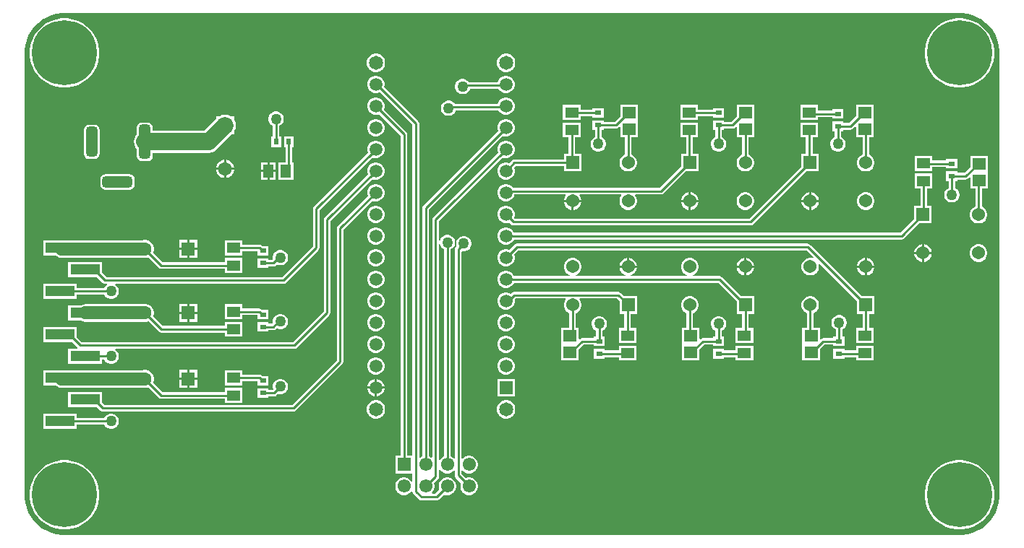
<source format=gtl>
G04*
G04 #@! TF.GenerationSoftware,Altium Limited,Altium Designer,21.1.1 (26)*
G04*
G04 Layer_Physical_Order=1*
G04 Layer_Color=255*
%FSLAX25Y25*%
%MOIN*%
G70*
G04*
G04 #@! TF.SameCoordinates,E57EF3AD-EC9D-4E23-9065-B2E2A4799F1B*
G04*
G04*
G04 #@! TF.FilePolarity,Positive*
G04*
G01*
G75*
%ADD18C,0.01000*%
%ADD19R,0.06102X0.04921*%
%ADD20R,0.03150X0.02362*%
%ADD21R,0.06102X0.05315*%
%ADD22R,0.13504X0.05000*%
%ADD23R,0.04921X0.06102*%
%ADD24R,0.02362X0.03150*%
%ADD38R,0.06063X0.06063*%
%ADD39C,0.06063*%
%ADD46C,0.08000*%
%ADD47C,0.06000*%
%ADD48C,0.06299*%
%ADD49R,0.06299X0.06299*%
%ADD50C,0.06102*%
%ADD51R,0.06102X0.06102*%
G04:AMPARAMS|DCode=52|XSize=137.8mil|YSize=51.18mil|CornerRadius=12.8mil|HoleSize=0mil|Usage=FLASHONLY|Rotation=180.000|XOffset=0mil|YOffset=0mil|HoleType=Round|Shape=RoundedRectangle|*
%AMROUNDEDRECTD52*
21,1,0.13780,0.02559,0,0,180.0*
21,1,0.11221,0.05118,0,0,180.0*
1,1,0.02559,-0.05610,0.01280*
1,1,0.02559,0.05610,0.01280*
1,1,0.02559,0.05610,-0.01280*
1,1,0.02559,-0.05610,-0.01280*
%
%ADD52ROUNDEDRECTD52*%
G04:AMPARAMS|DCode=53|XSize=137.8mil|YSize=51.18mil|CornerRadius=12.8mil|HoleSize=0mil|Usage=FLASHONLY|Rotation=90.000|XOffset=0mil|YOffset=0mil|HoleType=Round|Shape=RoundedRectangle|*
%AMROUNDEDRECTD53*
21,1,0.13780,0.02559,0,0,90.0*
21,1,0.11221,0.05118,0,0,90.0*
1,1,0.02559,0.01280,0.05610*
1,1,0.02559,0.01280,-0.05610*
1,1,0.02559,-0.01280,-0.05610*
1,1,0.02559,-0.01280,0.05610*
%
%ADD53ROUNDEDRECTD53*%
G04:AMPARAMS|DCode=54|XSize=157.48mil|YSize=51.18mil|CornerRadius=12.8mil|HoleSize=0mil|Usage=FLASHONLY|Rotation=90.000|XOffset=0mil|YOffset=0mil|HoleType=Round|Shape=RoundedRectangle|*
%AMROUNDEDRECTD54*
21,1,0.15748,0.02559,0,0,90.0*
21,1,0.13189,0.05118,0,0,90.0*
1,1,0.02559,0.01280,0.06594*
1,1,0.02559,0.01280,-0.06594*
1,1,0.02559,-0.01280,-0.06594*
1,1,0.02559,-0.01280,0.06594*
%
%ADD54ROUNDEDRECTD54*%
%ADD55R,0.06299X0.06299*%
%ADD56R,0.05937X0.05937*%
%ADD57C,0.05937*%
%ADD58C,0.06500*%
%ADD59C,0.30000*%
%ADD60C,0.05000*%
G36*
X536139Y461684D02*
X538478Y461057D01*
X540715Y460131D01*
X542812Y458920D01*
X544733Y457445D01*
X546446Y455733D01*
X547920Y453812D01*
X549130Y451715D01*
X550057Y449478D01*
X550684Y447139D01*
X551000Y444738D01*
X551000Y443527D01*
X551000Y443527D01*
X551000Y443527D01*
X551000Y239473D01*
X551000Y238262D01*
X550684Y235861D01*
X550057Y233522D01*
X549130Y231285D01*
X547920Y229188D01*
X546446Y227267D01*
X544733Y225554D01*
X542812Y224080D01*
X540715Y222869D01*
X538478Y221943D01*
X536139Y221316D01*
X533738Y221000D01*
X532527Y221000D01*
X119973D01*
X118762Y221000D01*
X116361Y221316D01*
X114022Y221943D01*
X111785Y222869D01*
X109688Y224080D01*
X107767Y225554D01*
X106054Y227267D01*
X104580Y229188D01*
X103369Y231285D01*
X102443Y233522D01*
X101816Y235861D01*
X101500Y238262D01*
X101500Y239473D01*
Y443500D01*
X101500Y444713D01*
X101816Y447117D01*
X102444Y449459D01*
X103372Y451700D01*
X104585Y453800D01*
X106061Y455724D01*
X107776Y457439D01*
X109700Y458915D01*
X111800Y460128D01*
X114041Y461056D01*
X116383Y461683D01*
X118787Y462000D01*
X120000Y462000D01*
X120000Y462000D01*
X532527Y462000D01*
X533738Y462000D01*
X536139Y461684D01*
D02*
G37*
%LPC*%
G36*
X324060Y443250D02*
X322940D01*
X321860Y442960D01*
X320890Y442401D01*
X320099Y441610D01*
X319540Y440640D01*
X319250Y439560D01*
Y438441D01*
X319540Y437360D01*
X320099Y436390D01*
X320890Y435599D01*
X321860Y435040D01*
X322940Y434750D01*
X324060D01*
X325140Y435040D01*
X326110Y435599D01*
X326901Y436390D01*
X327460Y437360D01*
X327750Y438441D01*
Y439560D01*
X327460Y440640D01*
X326901Y441610D01*
X326110Y442401D01*
X325140Y442960D01*
X324060Y443250D01*
D02*
G37*
G36*
X264059D02*
X262941D01*
X261860Y442960D01*
X260890Y442401D01*
X260099Y441610D01*
X259540Y440640D01*
X259250Y439560D01*
Y438441D01*
X259540Y437360D01*
X260099Y436390D01*
X260890Y435599D01*
X261860Y435040D01*
X262941Y434750D01*
X264059D01*
X265140Y435040D01*
X266110Y435599D01*
X266901Y436390D01*
X267460Y437360D01*
X267750Y438441D01*
Y439560D01*
X267460Y440640D01*
X266901Y441610D01*
X266110Y442401D01*
X265140Y442960D01*
X264059Y443250D01*
D02*
G37*
G36*
X324023Y432969D02*
X322977D01*
X321968Y432698D01*
X321063Y432176D01*
X320324Y431437D01*
X319802Y430532D01*
X319667Y430029D01*
X306370D01*
X306301Y430149D01*
X305649Y430801D01*
X304851Y431261D01*
X303961Y431500D01*
X303039D01*
X302149Y431261D01*
X301351Y430801D01*
X300699Y430149D01*
X300238Y429351D01*
X300000Y428461D01*
Y427539D01*
X300238Y426649D01*
X300699Y425851D01*
X301351Y425199D01*
X302149Y424739D01*
X303039Y424500D01*
X303961D01*
X304851Y424739D01*
X305649Y425199D01*
X306301Y425851D01*
X306762Y426649D01*
X306848Y426971D01*
X320089D01*
X320324Y426563D01*
X321063Y425824D01*
X321968Y425302D01*
X322977Y425032D01*
X324023D01*
X325032Y425302D01*
X325937Y425824D01*
X326676Y426563D01*
X327198Y427468D01*
X327468Y428477D01*
Y429523D01*
X327198Y430532D01*
X326676Y431437D01*
X325937Y432176D01*
X325032Y432698D01*
X324023Y432969D01*
D02*
G37*
G36*
X533759Y459500D02*
X531241D01*
X528753Y459106D01*
X526358Y458328D01*
X524114Y457184D01*
X522077Y455704D01*
X520296Y453923D01*
X518816Y451886D01*
X517672Y449642D01*
X516894Y447247D01*
X516500Y444759D01*
Y442241D01*
X516894Y439753D01*
X517672Y437358D01*
X518816Y435114D01*
X520296Y433077D01*
X522077Y431296D01*
X524114Y429816D01*
X526358Y428672D01*
X528753Y427894D01*
X531241Y427500D01*
X533759D01*
X536247Y427894D01*
X538642Y428672D01*
X540886Y429816D01*
X542923Y431296D01*
X544704Y433077D01*
X546184Y435114D01*
X547328Y437358D01*
X548106Y439753D01*
X548500Y442241D01*
Y444759D01*
X548106Y447247D01*
X547328Y449642D01*
X546184Y451886D01*
X544704Y453923D01*
X542923Y455704D01*
X540886Y457184D01*
X538642Y458328D01*
X536247Y459106D01*
X533759Y459500D01*
D02*
G37*
G36*
X121259D02*
X118741D01*
X116253Y459106D01*
X113858Y458328D01*
X111614Y457184D01*
X109577Y455704D01*
X107796Y453923D01*
X106316Y451886D01*
X105172Y449642D01*
X104394Y447247D01*
X104000Y444759D01*
Y442241D01*
X104394Y439753D01*
X105172Y437358D01*
X106316Y435114D01*
X107796Y433077D01*
X109577Y431296D01*
X111614Y429816D01*
X113858Y428672D01*
X116253Y427894D01*
X118741Y427500D01*
X121259D01*
X123747Y427894D01*
X126142Y428672D01*
X128386Y429816D01*
X130423Y431296D01*
X132204Y433077D01*
X133684Y435114D01*
X134828Y437358D01*
X135606Y439753D01*
X136000Y442241D01*
Y444759D01*
X135606Y447247D01*
X134828Y449642D01*
X133684Y451886D01*
X132204Y453923D01*
X130423Y455704D01*
X128386Y457184D01*
X126142Y458328D01*
X123747Y459106D01*
X121259Y459500D01*
D02*
G37*
G36*
X324023Y422968D02*
X322977D01*
X321968Y422698D01*
X321063Y422176D01*
X320324Y421437D01*
X319802Y420532D01*
X319667Y420029D01*
X299870D01*
X299801Y420149D01*
X299149Y420801D01*
X298351Y421262D01*
X297461Y421500D01*
X296539D01*
X295649Y421262D01*
X294851Y420801D01*
X294199Y420149D01*
X293739Y419351D01*
X293500Y418461D01*
Y417539D01*
X293739Y416649D01*
X294199Y415851D01*
X294851Y415199D01*
X295649Y414739D01*
X296539Y414500D01*
X297461D01*
X298351Y414739D01*
X299149Y415199D01*
X299801Y415851D01*
X300261Y416649D01*
X300348Y416971D01*
X320089D01*
X320324Y416563D01*
X321063Y415824D01*
X321968Y415302D01*
X322977Y415031D01*
X324023D01*
X325032Y415302D01*
X325937Y415824D01*
X326676Y416563D01*
X327198Y417468D01*
X327468Y418477D01*
Y419522D01*
X327198Y420532D01*
X326676Y421437D01*
X325937Y422176D01*
X325032Y422698D01*
X324023Y422968D01*
D02*
G37*
G36*
X412051Y419496D02*
X403949D01*
Y412575D01*
X412051D01*
Y414325D01*
X418925D01*
Y413673D01*
X424075D01*
Y418035D01*
X418925D01*
Y417384D01*
X412051D01*
Y419496D01*
D02*
G37*
G36*
X357836D02*
X349734D01*
Y412575D01*
X357836D01*
Y414325D01*
X363336D01*
Y413673D01*
X368486D01*
Y418035D01*
X363336D01*
Y417384D01*
X357836D01*
Y419496D01*
D02*
G37*
G36*
X467336D02*
X459234D01*
Y412575D01*
X467336D01*
Y413825D01*
X473925D01*
Y413173D01*
X479075D01*
Y417535D01*
X473925D01*
Y416884D01*
X467336D01*
Y419496D01*
D02*
G37*
G36*
X438051D02*
X429949D01*
Y414344D01*
X427280Y411675D01*
X424075D01*
Y412327D01*
X418925D01*
Y407965D01*
X419971D01*
Y404659D01*
X419351Y404301D01*
X418699Y403649D01*
X418238Y402851D01*
X418000Y401961D01*
Y401039D01*
X418238Y400149D01*
X418699Y399351D01*
X419351Y398699D01*
X420149Y398238D01*
X421039Y398000D01*
X421961D01*
X422851Y398238D01*
X423649Y398699D01*
X424301Y399351D01*
X424761Y400149D01*
X425000Y401039D01*
Y401961D01*
X424761Y402851D01*
X424301Y403649D01*
X423649Y404301D01*
X423029Y404659D01*
Y407965D01*
X424075D01*
Y408616D01*
X427913D01*
X428499Y408733D01*
X428995Y409064D01*
X429487Y409556D01*
X429949Y409365D01*
Y404504D01*
X432266D01*
Y396622D01*
X432239Y396615D01*
X431320Y396084D01*
X430569Y395334D01*
X430038Y394414D01*
X429764Y393389D01*
Y392327D01*
X430038Y391302D01*
X430569Y390383D01*
X431320Y389632D01*
X432239Y389102D01*
X433264Y388827D01*
X434326D01*
X435351Y389102D01*
X436271Y389632D01*
X437021Y390383D01*
X437552Y391302D01*
X437827Y392327D01*
Y393389D01*
X437552Y394414D01*
X437021Y395334D01*
X436271Y396084D01*
X435351Y396615D01*
X435325Y396622D01*
Y404504D01*
X438051D01*
Y411819D01*
X438051Y411819D01*
Y412181D01*
X438051D01*
X438051Y412319D01*
Y419496D01*
D02*
G37*
G36*
X384266D02*
X376164D01*
Y414344D01*
X373495Y411675D01*
X368486D01*
Y412327D01*
X363336D01*
Y407965D01*
X364471D01*
Y404659D01*
X363851Y404301D01*
X363199Y403649D01*
X362738Y402851D01*
X362500Y401961D01*
Y401039D01*
X362738Y400149D01*
X363199Y399351D01*
X363851Y398699D01*
X364649Y398238D01*
X365539Y398000D01*
X366461D01*
X367351Y398238D01*
X368149Y398699D01*
X368801Y399351D01*
X369262Y400149D01*
X369500Y401039D01*
Y401961D01*
X369262Y402851D01*
X368801Y403649D01*
X368149Y404301D01*
X367529Y404659D01*
Y407965D01*
X368486D01*
Y408616D01*
X374128D01*
X374714Y408733D01*
X375210Y409064D01*
X375702Y409556D01*
X376164Y409365D01*
Y404504D01*
X378266D01*
Y396622D01*
X378239Y396615D01*
X377320Y396084D01*
X376569Y395334D01*
X376039Y394414D01*
X375764Y393389D01*
Y392327D01*
X376039Y391302D01*
X376569Y390383D01*
X377320Y389632D01*
X378239Y389102D01*
X379264Y388827D01*
X380326D01*
X381351Y389102D01*
X382271Y389632D01*
X383021Y390383D01*
X383552Y391302D01*
X383827Y392327D01*
Y393389D01*
X383552Y394414D01*
X383021Y395334D01*
X382271Y396084D01*
X381351Y396615D01*
X381325Y396622D01*
Y404504D01*
X384266D01*
Y411819D01*
X384266Y411819D01*
Y412181D01*
X384266D01*
X384266Y412319D01*
Y419496D01*
D02*
G37*
G36*
X492927D02*
X484824D01*
Y414344D01*
X481656Y411175D01*
X479075D01*
Y411827D01*
X473925D01*
Y407465D01*
X474971D01*
Y404659D01*
X474351Y404301D01*
X473699Y403649D01*
X473239Y402851D01*
X473000Y401961D01*
Y401039D01*
X473239Y400149D01*
X473699Y399351D01*
X474351Y398699D01*
X475149Y398238D01*
X476039Y398000D01*
X476961D01*
X477851Y398238D01*
X478649Y398699D01*
X479301Y399351D01*
X479762Y400149D01*
X480000Y401039D01*
Y401961D01*
X479762Y402851D01*
X479301Y403649D01*
X478649Y404301D01*
X478029Y404659D01*
Y407465D01*
X479075D01*
Y408116D01*
X482289D01*
X482874Y408233D01*
X483370Y408564D01*
X484363Y409556D01*
X484824Y409365D01*
Y404504D01*
X487766D01*
Y396622D01*
X487739Y396615D01*
X486820Y396084D01*
X486069Y395334D01*
X485538Y394414D01*
X485264Y393389D01*
Y392327D01*
X485538Y391302D01*
X486069Y390383D01*
X486820Y389632D01*
X487739Y389102D01*
X488764Y388827D01*
X489826D01*
X490851Y389102D01*
X491771Y389632D01*
X492521Y390383D01*
X493052Y391302D01*
X493327Y392327D01*
Y393389D01*
X493052Y394414D01*
X492521Y395334D01*
X491771Y396084D01*
X490851Y396615D01*
X490825Y396622D01*
Y404504D01*
X492927D01*
Y411819D01*
X492927Y411819D01*
Y412181D01*
X492927D01*
X492927Y412319D01*
Y419496D01*
D02*
G37*
G36*
X194000Y415043D02*
X192695Y414871D01*
X191478Y414367D01*
X191194Y414150D01*
X189850D01*
Y412983D01*
X184411Y407543D01*
X160604D01*
Y409094D01*
X160427Y409984D01*
X159923Y410738D01*
X159169Y411242D01*
X158280Y411419D01*
X155720D01*
X154831Y411242D01*
X154077Y410738D01*
X153573Y409984D01*
X153396Y409094D01*
Y406017D01*
X152632Y405022D01*
X152129Y403805D01*
X151957Y402500D01*
X152129Y401195D01*
X152632Y399978D01*
X153396Y398983D01*
Y395905D01*
X153573Y395016D01*
X154077Y394262D01*
X154831Y393758D01*
X155720Y393581D01*
X158280D01*
X159169Y393758D01*
X159923Y394262D01*
X160427Y395016D01*
X160604Y395905D01*
Y397457D01*
X186500D01*
X187805Y397629D01*
X189022Y398132D01*
X190066Y398934D01*
X196983Y405850D01*
X198150D01*
Y407195D01*
X198368Y407478D01*
X198871Y408695D01*
X199043Y410000D01*
X198871Y411305D01*
X198368Y412522D01*
X198150Y412806D01*
Y414150D01*
X196806D01*
X196522Y414367D01*
X195305Y414871D01*
X194000Y415043D01*
D02*
G37*
G36*
X264022Y412968D02*
X262978D01*
X261968Y412698D01*
X261063Y412176D01*
X260324Y411437D01*
X259802Y410532D01*
X259531Y409522D01*
Y408477D01*
X259802Y407468D01*
X260324Y406563D01*
X261063Y405824D01*
X261968Y405302D01*
X262978Y405031D01*
X264022D01*
X265032Y405302D01*
X265937Y405824D01*
X266676Y406563D01*
X267198Y407468D01*
X267469Y408477D01*
Y409522D01*
X267198Y410532D01*
X266676Y411437D01*
X265937Y412176D01*
X265032Y412698D01*
X264022Y412968D01*
D02*
G37*
G36*
X217961Y416500D02*
X217039D01*
X216149Y416261D01*
X215351Y415801D01*
X214699Y415149D01*
X214239Y414351D01*
X214000Y413461D01*
Y412539D01*
X214239Y411649D01*
X214699Y410851D01*
X215351Y410199D01*
X216024Y409811D01*
Y405075D01*
X215425D01*
Y399925D01*
X219787D01*
Y405075D01*
X219082D01*
Y409872D01*
X219649Y410199D01*
X220301Y410851D01*
X220761Y411649D01*
X221000Y412539D01*
Y413461D01*
X220761Y414351D01*
X220301Y415149D01*
X219649Y415801D01*
X218851Y416261D01*
X217961Y416500D01*
D02*
G37*
G36*
X264022Y402969D02*
X262978D01*
X261968Y402698D01*
X261063Y402176D01*
X260324Y401437D01*
X259802Y400532D01*
X259531Y399522D01*
Y398478D01*
X259802Y397468D01*
X259803Y397466D01*
X234919Y372581D01*
X234587Y372085D01*
X234471Y371500D01*
Y354134D01*
X220367Y340029D01*
X139385D01*
X137252Y342163D01*
Y347000D01*
X121748D01*
Y340000D01*
X135089D01*
X137671Y337419D01*
X138167Y337087D01*
X138752Y336971D01*
X139511D01*
X139645Y336471D01*
X139351Y336301D01*
X138699Y335649D01*
X138341Y335029D01*
X125756D01*
Y337000D01*
X110252D01*
Y330000D01*
X125756D01*
Y331971D01*
X138341D01*
X138699Y331351D01*
X139351Y330699D01*
X140149Y330239D01*
X141039Y330000D01*
X141961D01*
X142851Y330239D01*
X143649Y330699D01*
X144301Y331351D01*
X144762Y332149D01*
X145000Y333039D01*
Y333961D01*
X144762Y334851D01*
X144301Y335649D01*
X143649Y336301D01*
X143355Y336471D01*
X143489Y336971D01*
X221000D01*
X221585Y337087D01*
X222081Y337419D01*
X237081Y352419D01*
X237413Y352915D01*
X237529Y353500D01*
Y370866D01*
X261966Y395303D01*
X261968Y395302D01*
X262978Y395031D01*
X264022D01*
X265032Y395302D01*
X265937Y395824D01*
X266676Y396563D01*
X267198Y397468D01*
X267469Y398478D01*
Y399522D01*
X267198Y400532D01*
X266676Y401437D01*
X265937Y402176D01*
X265032Y402698D01*
X264022Y402969D01*
D02*
G37*
G36*
X133870Y410434D02*
X131311D01*
X130422Y410257D01*
X129668Y409754D01*
X129164Y409000D01*
X128987Y408110D01*
Y396890D01*
X129164Y396000D01*
X129668Y395246D01*
X130422Y394742D01*
X131311Y394566D01*
X133870D01*
X134759Y394742D01*
X135513Y395246D01*
X136017Y396000D01*
X136194Y396890D01*
Y408110D01*
X136017Y409000D01*
X135513Y409754D01*
X134759Y410257D01*
X133870Y410434D01*
D02*
G37*
G36*
X357836Y411425D02*
X349734D01*
Y404504D01*
X352256D01*
Y396890D01*
X350173D01*
Y394388D01*
X327358D01*
X326773Y394271D01*
X326277Y393940D01*
X325034Y392697D01*
X325032Y392698D01*
X324023Y392969D01*
X322977D01*
X321968Y392698D01*
X321063Y392176D01*
X320324Y391437D01*
X319802Y390532D01*
X319531Y389523D01*
Y388477D01*
X319802Y387468D01*
X320324Y386563D01*
X321063Y385824D01*
X321968Y385302D01*
X322977Y385032D01*
X324023D01*
X325032Y385302D01*
X325937Y385824D01*
X326676Y386563D01*
X327198Y387468D01*
X327468Y388477D01*
Y389523D01*
X327198Y390532D01*
X327197Y390534D01*
X327992Y391329D01*
X350173D01*
Y388827D01*
X358236D01*
Y396890D01*
X355314D01*
Y404504D01*
X357836D01*
Y411425D01*
D02*
G37*
G36*
X194546Y394150D02*
X194500D01*
Y390500D01*
X198150D01*
Y390546D01*
X197867Y391602D01*
X197320Y392548D01*
X196548Y393320D01*
X195602Y393867D01*
X194546Y394150D01*
D02*
G37*
G36*
X193500D02*
X193454D01*
X192398Y393867D01*
X191452Y393320D01*
X190680Y392548D01*
X190133Y391602D01*
X189850Y390546D01*
Y390500D01*
X193500D01*
Y394150D01*
D02*
G37*
G36*
X520051Y395996D02*
X511949D01*
Y389075D01*
X520051D01*
Y390825D01*
X526425D01*
Y390173D01*
X531575D01*
Y394535D01*
X526425D01*
Y393884D01*
X520051D01*
Y395996D01*
D02*
G37*
G36*
X217425Y393051D02*
X214465D01*
Y389500D01*
X217425D01*
Y393051D01*
D02*
G37*
G36*
X213465D02*
X210504D01*
Y389500D01*
X213465D01*
Y393051D01*
D02*
G37*
G36*
X545551Y395996D02*
X537449D01*
Y390844D01*
X534780Y388175D01*
X531575D01*
Y388827D01*
X526425D01*
Y384465D01*
X527471D01*
Y381158D01*
X526851Y380801D01*
X526199Y380149D01*
X525738Y379351D01*
X525500Y378461D01*
Y377539D01*
X525738Y376649D01*
X526199Y375851D01*
X526851Y375199D01*
X527649Y374739D01*
X528539Y374500D01*
X529461D01*
X530351Y374739D01*
X531149Y375199D01*
X531801Y375851D01*
X532262Y376649D01*
X532500Y377539D01*
Y378461D01*
X532262Y379351D01*
X531801Y380149D01*
X531149Y380801D01*
X530529Y381158D01*
Y384465D01*
X531575D01*
Y385116D01*
X535413D01*
X535999Y385233D01*
X536495Y385564D01*
X536987Y386056D01*
X537449Y385865D01*
Y381004D01*
X539766D01*
Y372622D01*
X539739Y372615D01*
X538820Y372084D01*
X538069Y371334D01*
X537538Y370414D01*
X537264Y369389D01*
Y368327D01*
X537538Y367302D01*
X538069Y366383D01*
X538820Y365632D01*
X539739Y365102D01*
X540765Y364827D01*
X541826D01*
X542851Y365102D01*
X543771Y365632D01*
X544521Y366383D01*
X545052Y367302D01*
X545327Y368327D01*
Y369389D01*
X545052Y370414D01*
X544521Y371334D01*
X543771Y372084D01*
X542851Y372615D01*
X542825Y372622D01*
Y381004D01*
X545551D01*
Y388319D01*
X545551Y388319D01*
Y388681D01*
X545551D01*
X545551Y388819D01*
Y395996D01*
D02*
G37*
G36*
X198150Y389500D02*
X194500D01*
Y385850D01*
X194546D01*
X195602Y386133D01*
X196548Y386680D01*
X197320Y387452D01*
X197867Y388398D01*
X198150Y389454D01*
Y389500D01*
D02*
G37*
G36*
X193500D02*
X189850D01*
Y389454D01*
X190133Y388398D01*
X190680Y387452D01*
X191452Y386680D01*
X192398Y386133D01*
X193454Y385850D01*
X193500D01*
Y389500D01*
D02*
G37*
G36*
X264022Y392969D02*
X262978D01*
X261968Y392698D01*
X261063Y392176D01*
X260324Y391437D01*
X259802Y390532D01*
X259531Y389523D01*
Y388477D01*
X259802Y387468D01*
X259803Y387466D01*
X239919Y367581D01*
X239587Y367085D01*
X239471Y366500D01*
Y324133D01*
X225366Y310029D01*
X127889D01*
X125756Y312163D01*
Y317000D01*
X110252D01*
Y310000D01*
X123593D01*
X126093Y307500D01*
X126020Y307182D01*
X125901Y307000D01*
X121748D01*
Y300000D01*
X137252D01*
Y301971D01*
X138341D01*
X138699Y301351D01*
X139351Y300699D01*
X140149Y300238D01*
X141039Y300000D01*
X141961D01*
X142851Y300238D01*
X143649Y300699D01*
X144301Y301351D01*
X144762Y302149D01*
X145000Y303039D01*
Y303961D01*
X144762Y304851D01*
X144301Y305649D01*
X143649Y306301D01*
X143355Y306471D01*
X143489Y306971D01*
X226000D01*
X226585Y307087D01*
X227081Y307419D01*
X242081Y322419D01*
X242413Y322915D01*
X242529Y323500D01*
Y365866D01*
X261966Y385303D01*
X261968Y385302D01*
X262978Y385032D01*
X264022D01*
X265032Y385302D01*
X265937Y385824D01*
X266676Y386563D01*
X267198Y387468D01*
X267469Y388477D01*
Y389523D01*
X267198Y390532D01*
X266676Y391437D01*
X265937Y392176D01*
X265032Y392698D01*
X264022Y392969D01*
D02*
G37*
G36*
X225496Y405075D02*
X221134D01*
Y399925D01*
X221786D01*
Y393051D01*
X218575D01*
Y384949D01*
X225496D01*
Y393051D01*
X224844D01*
Y399925D01*
X225496D01*
Y405075D01*
D02*
G37*
G36*
X217425Y388500D02*
X214465D01*
Y384949D01*
X217425D01*
Y388500D01*
D02*
G37*
G36*
X213465D02*
X210504D01*
Y384949D01*
X213465D01*
Y388500D01*
D02*
G37*
G36*
X412051Y411425D02*
X403949D01*
Y404504D01*
X406471D01*
Y396890D01*
X404173D01*
Y390990D01*
X394386Y381203D01*
X326811D01*
X326676Y381437D01*
X325937Y382176D01*
X325032Y382698D01*
X324023Y382968D01*
X322977D01*
X321968Y382698D01*
X321063Y382176D01*
X320324Y381437D01*
X319802Y380532D01*
X319531Y379522D01*
Y378478D01*
X319802Y377468D01*
X320324Y376563D01*
X321063Y375824D01*
X321968Y375302D01*
X322977Y375031D01*
X324023D01*
X325032Y375302D01*
X325937Y375824D01*
X326676Y376563D01*
X327198Y377468D01*
X327379Y378144D01*
X350852D01*
X351044Y377682D01*
X350979Y377617D01*
X350448Y376698D01*
X350173Y375673D01*
Y375642D01*
X358236D01*
Y375673D01*
X357962Y376698D01*
X357431Y377617D01*
X357366Y377682D01*
X357557Y378144D01*
X376443D01*
X376634Y377682D01*
X376569Y377617D01*
X376039Y376698D01*
X375764Y375673D01*
Y374611D01*
X376039Y373586D01*
X376569Y372666D01*
X377320Y371916D01*
X378239Y371385D01*
X379264Y371110D01*
X380326D01*
X381351Y371385D01*
X382271Y371916D01*
X383021Y372666D01*
X383552Y373586D01*
X383827Y374611D01*
Y375673D01*
X383552Y376698D01*
X383021Y377617D01*
X382957Y377682D01*
X383148Y378144D01*
X395020D01*
X395605Y378260D01*
X396101Y378592D01*
X406336Y388827D01*
X412236D01*
Y396890D01*
X409529D01*
Y404504D01*
X412051D01*
Y411425D01*
D02*
G37*
G36*
X150012Y387600D02*
X138791D01*
X137902Y387423D01*
X137148Y386919D01*
X136644Y386165D01*
X136467Y385276D01*
Y382716D01*
X136644Y381827D01*
X137148Y381073D01*
X137902Y380569D01*
X138791Y380392D01*
X150012D01*
X150901Y380569D01*
X151655Y381073D01*
X152159Y381827D01*
X152336Y382716D01*
Y385276D01*
X152159Y386165D01*
X151655Y386919D01*
X150901Y387423D01*
X150012Y387600D01*
D02*
G37*
G36*
X464235Y379173D02*
X464205D01*
Y375642D01*
X467736D01*
Y375673D01*
X467461Y376698D01*
X466931Y377617D01*
X466180Y378368D01*
X465261Y378899D01*
X464235Y379173D01*
D02*
G37*
G36*
X463205D02*
X463174D01*
X462149Y378899D01*
X461229Y378368D01*
X460479Y377617D01*
X459948Y376698D01*
X459673Y375673D01*
Y375642D01*
X463205D01*
Y379173D01*
D02*
G37*
G36*
X408736D02*
X408705D01*
Y375642D01*
X412236D01*
Y375673D01*
X411962Y376698D01*
X411431Y377617D01*
X410680Y378368D01*
X409761Y378899D01*
X408736Y379173D01*
D02*
G37*
G36*
X407705D02*
X407674D01*
X406649Y378899D01*
X405729Y378368D01*
X404979Y377617D01*
X404448Y376698D01*
X404173Y375673D01*
Y375642D01*
X407705D01*
Y379173D01*
D02*
G37*
G36*
X264022Y382968D02*
X262978D01*
X261968Y382698D01*
X261063Y382176D01*
X260324Y381437D01*
X259802Y380532D01*
X259531Y379522D01*
Y378478D01*
X259802Y377468D01*
X259803Y377466D01*
X245919Y363581D01*
X245587Y363085D01*
X245471Y362500D01*
Y301634D01*
X224867Y281029D01*
X138385D01*
X137252Y282163D01*
Y287000D01*
X121748D01*
Y280000D01*
X135089D01*
X136670Y278419D01*
X137167Y278087D01*
X137752Y277971D01*
X225500D01*
X226085Y278087D01*
X226581Y278419D01*
X248081Y299919D01*
X248413Y300415D01*
X248529Y301000D01*
Y361866D01*
X261966Y375303D01*
X261968Y375302D01*
X262978Y375031D01*
X264022D01*
X265032Y375302D01*
X265937Y375824D01*
X266676Y376563D01*
X267198Y377468D01*
X267469Y378478D01*
Y379522D01*
X267198Y380532D01*
X266676Y381437D01*
X265937Y382176D01*
X265032Y382698D01*
X264022Y382968D01*
D02*
G37*
G36*
X489826Y379173D02*
X488764D01*
X487739Y378899D01*
X486820Y378368D01*
X486069Y377617D01*
X485538Y376698D01*
X485264Y375673D01*
Y374611D01*
X485538Y373586D01*
X486069Y372666D01*
X486820Y371916D01*
X487739Y371385D01*
X488764Y371110D01*
X489826D01*
X490851Y371385D01*
X491771Y371916D01*
X492521Y372666D01*
X493052Y373586D01*
X493327Y374611D01*
Y375673D01*
X493052Y376698D01*
X492521Y377617D01*
X491771Y378368D01*
X490851Y378899D01*
X489826Y379173D01*
D02*
G37*
G36*
X467736Y374642D02*
X464205D01*
Y371110D01*
X464235D01*
X465261Y371385D01*
X466180Y371916D01*
X466931Y372666D01*
X467461Y373586D01*
X467736Y374611D01*
Y374642D01*
D02*
G37*
G36*
X463205D02*
X459673D01*
Y374611D01*
X459948Y373586D01*
X460479Y372666D01*
X461229Y371916D01*
X462149Y371385D01*
X463174Y371110D01*
X463205D01*
Y374642D01*
D02*
G37*
G36*
X434326Y379173D02*
X433264D01*
X432239Y378899D01*
X431320Y378368D01*
X430569Y377617D01*
X430038Y376698D01*
X429764Y375673D01*
Y374611D01*
X430038Y373586D01*
X430569Y372666D01*
X431320Y371916D01*
X432239Y371385D01*
X433264Y371110D01*
X434326D01*
X435351Y371385D01*
X436271Y371916D01*
X437021Y372666D01*
X437552Y373586D01*
X437827Y374611D01*
Y375673D01*
X437552Y376698D01*
X437021Y377617D01*
X436271Y378368D01*
X435351Y378899D01*
X434326Y379173D01*
D02*
G37*
G36*
X412236Y374642D02*
X408705D01*
Y371110D01*
X408736D01*
X409761Y371385D01*
X410680Y371916D01*
X411431Y372666D01*
X411962Y373586D01*
X412236Y374611D01*
Y374642D01*
D02*
G37*
G36*
X407705D02*
X404173D01*
Y374611D01*
X404448Y373586D01*
X404979Y372666D01*
X405729Y371916D01*
X406649Y371385D01*
X407674Y371110D01*
X407705D01*
Y374642D01*
D02*
G37*
G36*
X358236D02*
X354705D01*
Y371110D01*
X354735D01*
X355761Y371385D01*
X356680Y371916D01*
X357431Y372666D01*
X357962Y373586D01*
X358236Y374611D01*
Y374642D01*
D02*
G37*
G36*
X353705D02*
X350173D01*
Y374611D01*
X350448Y373586D01*
X350979Y372666D01*
X351729Y371916D01*
X352649Y371385D01*
X353674Y371110D01*
X353705D01*
Y374642D01*
D02*
G37*
G36*
X467336Y411425D02*
X459234D01*
Y404504D01*
X461756D01*
Y396890D01*
X459673D01*
Y390990D01*
X435713Y367029D01*
X327634D01*
X327197Y367466D01*
X327198Y367468D01*
X327468Y368478D01*
Y369523D01*
X327198Y370532D01*
X326676Y371437D01*
X325937Y372176D01*
X325032Y372698D01*
X324023Y372969D01*
X322977D01*
X321968Y372698D01*
X321063Y372176D01*
X320324Y371437D01*
X319802Y370532D01*
X319531Y369523D01*
Y368478D01*
X319802Y367468D01*
X320324Y366563D01*
X321063Y365824D01*
X321968Y365302D01*
X322977Y365032D01*
X324023D01*
X325032Y365302D01*
X325034Y365303D01*
X325919Y364419D01*
X326415Y364087D01*
X327000Y363971D01*
X436346D01*
X436932Y364087D01*
X437428Y364419D01*
X461836Y388827D01*
X467736D01*
Y396890D01*
X464814D01*
Y404504D01*
X467336D01*
Y411425D01*
D02*
G37*
G36*
X264022Y372969D02*
X262978D01*
X261968Y372698D01*
X261063Y372176D01*
X260324Y371437D01*
X259802Y370532D01*
X259531Y369523D01*
Y368478D01*
X259802Y367468D01*
X260324Y366563D01*
X261063Y365824D01*
X261968Y365302D01*
X262978Y365032D01*
X264022D01*
X265032Y365302D01*
X265937Y365824D01*
X266676Y366563D01*
X267198Y367468D01*
X267469Y368478D01*
Y369523D01*
X267198Y370532D01*
X266676Y371437D01*
X265937Y372176D01*
X265032Y372698D01*
X264022Y372969D01*
D02*
G37*
G36*
X520051Y387925D02*
X511949D01*
Y381004D01*
X514471D01*
Y372890D01*
X511673D01*
Y366990D01*
X505213Y360529D01*
X327199D01*
X327198Y360532D01*
X326676Y361437D01*
X325937Y362176D01*
X325032Y362698D01*
X324023Y362968D01*
X322977D01*
X321968Y362698D01*
X321063Y362176D01*
X320324Y361437D01*
X319802Y360532D01*
X319531Y359523D01*
Y358477D01*
X319802Y357468D01*
X320324Y356563D01*
X321063Y355824D01*
X321968Y355302D01*
X322977Y355031D01*
X324023D01*
X325032Y355302D01*
X325937Y355824D01*
X326676Y356563D01*
X327198Y357468D01*
X327199Y357471D01*
X505847D01*
X506432Y357587D01*
X506928Y357919D01*
X513836Y364827D01*
X519736D01*
Y372890D01*
X517529D01*
Y381004D01*
X520051D01*
Y387925D01*
D02*
G37*
G36*
X264022Y362968D02*
X262978D01*
X261968Y362698D01*
X261063Y362176D01*
X260324Y361437D01*
X259802Y360532D01*
X259531Y359523D01*
Y358477D01*
X259802Y357468D01*
X260324Y356563D01*
X261063Y355824D01*
X261968Y355302D01*
X262978Y355031D01*
X264022D01*
X265032Y355302D01*
X265937Y355824D01*
X266676Y356563D01*
X267198Y357468D01*
X267469Y358477D01*
Y359523D01*
X267198Y360532D01*
X266676Y361437D01*
X265937Y362176D01*
X265032Y362698D01*
X264022Y362968D01*
D02*
G37*
G36*
X181150Y357150D02*
X177500D01*
Y353500D01*
X181150D01*
Y357150D01*
D02*
G37*
G36*
X176500D02*
X172850D01*
Y353500D01*
X176500D01*
Y357150D01*
D02*
G37*
G36*
X462437Y355529D02*
X328500D01*
X327915Y355413D01*
X327419Y355081D01*
X325034Y352697D01*
X325032Y352698D01*
X324023Y352969D01*
X322977D01*
X321968Y352698D01*
X321063Y352176D01*
X320324Y351437D01*
X319802Y350532D01*
X319531Y349522D01*
Y348478D01*
X319802Y347468D01*
X320324Y346563D01*
X321063Y345824D01*
X321968Y345302D01*
X322977Y345031D01*
X324023D01*
X325032Y345302D01*
X325937Y345824D01*
X326676Y346563D01*
X327198Y347468D01*
X327468Y348478D01*
Y349522D01*
X327198Y350532D01*
X327197Y350534D01*
X329134Y352471D01*
X461803D01*
X465098Y349176D01*
X464839Y348728D01*
X464235Y348890D01*
X463174D01*
X462149Y348615D01*
X461229Y348084D01*
X460479Y347334D01*
X459948Y346414D01*
X459673Y345389D01*
Y344327D01*
X459948Y343302D01*
X460479Y342383D01*
X461229Y341632D01*
X462149Y341102D01*
X463174Y340827D01*
X464235D01*
X465261Y341102D01*
X466180Y341632D01*
X466931Y342383D01*
X467461Y343302D01*
X467736Y344327D01*
Y345389D01*
X467575Y345992D01*
X468023Y346251D01*
X485264Y329010D01*
Y323110D01*
X487766D01*
Y316496D01*
X484824D01*
Y309575D01*
X492927D01*
Y316496D01*
X490825D01*
Y323110D01*
X493327D01*
Y331173D01*
X487427D01*
X463518Y355081D01*
X463022Y355413D01*
X462437Y355529D01*
D02*
G37*
G36*
X516235Y355173D02*
X516205D01*
Y351642D01*
X519736D01*
Y351673D01*
X519461Y352698D01*
X518931Y353617D01*
X518180Y354368D01*
X517261Y354899D01*
X516235Y355173D01*
D02*
G37*
G36*
X515205D02*
X515174D01*
X514149Y354899D01*
X513229Y354368D01*
X512479Y353617D01*
X511948Y352698D01*
X511673Y351673D01*
Y351642D01*
X515205D01*
Y355173D01*
D02*
G37*
G36*
X202051Y356998D02*
X193949D01*
Y350077D01*
X202051D01*
Y352008D01*
X208925D01*
Y350071D01*
X214075D01*
Y354433D01*
X211088D01*
X210902Y354619D01*
X210406Y354951D01*
X209820Y355067D01*
X202051D01*
Y356998D01*
D02*
G37*
G36*
X181150Y352500D02*
X177500D01*
Y348850D01*
X181150D01*
Y352500D01*
D02*
G37*
G36*
X176500D02*
X172850D01*
Y348850D01*
X176500D01*
Y352500D01*
D02*
G37*
G36*
X219961D02*
X219039D01*
X218149Y352261D01*
X217351Y351801D01*
X216699Y351149D01*
X216238Y350351D01*
X216000Y349461D01*
Y348539D01*
X216028Y348434D01*
X215666Y348073D01*
X214075D01*
Y348724D01*
X208925D01*
Y344362D01*
X214075D01*
Y345014D01*
X216300D01*
X216885Y345130D01*
X217381Y345462D01*
X217838Y345918D01*
X218149Y345739D01*
X219039Y345500D01*
X219961D01*
X220851Y345739D01*
X221649Y346199D01*
X222301Y346851D01*
X222762Y347649D01*
X223000Y348539D01*
Y349461D01*
X222762Y350351D01*
X222301Y351149D01*
X221649Y351801D01*
X220851Y352261D01*
X219961Y352500D01*
D02*
G37*
G36*
X541826Y355173D02*
X540765D01*
X539739Y354899D01*
X538820Y354368D01*
X538069Y353617D01*
X537538Y352698D01*
X537264Y351673D01*
Y350611D01*
X537538Y349586D01*
X538069Y348666D01*
X538820Y347916D01*
X539739Y347385D01*
X540765Y347110D01*
X541826D01*
X542851Y347385D01*
X543771Y347916D01*
X544521Y348666D01*
X545052Y349586D01*
X545327Y350611D01*
Y351673D01*
X545052Y352698D01*
X544521Y353617D01*
X543771Y354368D01*
X542851Y354899D01*
X541826Y355173D01*
D02*
G37*
G36*
X519736Y350642D02*
X516205D01*
Y347110D01*
X516235D01*
X517261Y347385D01*
X518180Y347916D01*
X518931Y348666D01*
X519461Y349586D01*
X519736Y350611D01*
Y350642D01*
D02*
G37*
G36*
X515205D02*
X511673D01*
Y350611D01*
X511948Y349586D01*
X512479Y348666D01*
X513229Y347916D01*
X514149Y347385D01*
X515174Y347110D01*
X515205D01*
Y350642D01*
D02*
G37*
G36*
X489826Y348890D02*
X489795D01*
Y345358D01*
X493327D01*
Y345389D01*
X493052Y346414D01*
X492521Y347334D01*
X491771Y348084D01*
X490851Y348615D01*
X489826Y348890D01*
D02*
G37*
G36*
X434326D02*
X434295D01*
Y345358D01*
X437827D01*
Y345389D01*
X437552Y346414D01*
X437021Y347334D01*
X436271Y348084D01*
X435351Y348615D01*
X434326Y348890D01*
D02*
G37*
G36*
X380326D02*
X380295D01*
Y345358D01*
X383827D01*
Y345389D01*
X383552Y346414D01*
X383021Y347334D01*
X382271Y348084D01*
X381351Y348615D01*
X380326Y348890D01*
D02*
G37*
G36*
X488795D02*
X488764D01*
X487739Y348615D01*
X486820Y348084D01*
X486069Y347334D01*
X485538Y346414D01*
X485264Y345389D01*
Y345358D01*
X488795D01*
Y348890D01*
D02*
G37*
G36*
X433295D02*
X433264D01*
X432239Y348615D01*
X431320Y348084D01*
X430569Y347334D01*
X430038Y346414D01*
X429764Y345389D01*
Y345358D01*
X433295D01*
Y348890D01*
D02*
G37*
G36*
X379295D02*
X379264D01*
X378239Y348615D01*
X377320Y348084D01*
X376569Y347334D01*
X376039Y346414D01*
X375764Y345389D01*
Y345358D01*
X379295D01*
Y348890D01*
D02*
G37*
G36*
X264022Y352969D02*
X262978D01*
X261968Y352698D01*
X261063Y352176D01*
X260324Y351437D01*
X259802Y350532D01*
X259531Y349522D01*
Y348478D01*
X259802Y347468D01*
X260324Y346563D01*
X261063Y345824D01*
X261968Y345302D01*
X262978Y345031D01*
X264022D01*
X265032Y345302D01*
X265937Y345824D01*
X266676Y346563D01*
X267198Y347468D01*
X267469Y348478D01*
Y349522D01*
X267198Y350532D01*
X266676Y351437D01*
X265937Y352176D01*
X265032Y352698D01*
X264022Y352969D01*
D02*
G37*
G36*
X157546Y357150D02*
X156454D01*
X156024Y357034D01*
X118504D01*
X118242Y357000D01*
X110252D01*
Y350000D01*
X115843D01*
X116487Y349506D01*
X117460Y349103D01*
X118504Y348966D01*
X156024D01*
X156454Y348850D01*
X157546D01*
X158602Y349133D01*
X158667Y349171D01*
X163452Y344386D01*
X163948Y344054D01*
X164533Y343937D01*
X193949D01*
Y342006D01*
X202051D01*
Y348928D01*
X193949D01*
Y346996D01*
X165167D01*
X160829Y351333D01*
X160867Y351398D01*
X161150Y352454D01*
Y353546D01*
X160867Y354602D01*
X160320Y355548D01*
X159548Y356321D01*
X158602Y356867D01*
X157546Y357150D01*
D02*
G37*
G36*
X493327Y344358D02*
X489795D01*
Y340827D01*
X489826D01*
X490851Y341102D01*
X491771Y341632D01*
X492521Y342383D01*
X493052Y343302D01*
X493327Y344327D01*
Y344358D01*
D02*
G37*
G36*
X488795D02*
X485264D01*
Y344327D01*
X485538Y343302D01*
X486069Y342383D01*
X486820Y341632D01*
X487739Y341102D01*
X488764Y340827D01*
X488795D01*
Y344358D01*
D02*
G37*
G36*
X437827D02*
X434295D01*
Y340827D01*
X434326D01*
X435351Y341102D01*
X436271Y341632D01*
X437021Y342383D01*
X437552Y343302D01*
X437827Y344327D01*
Y344358D01*
D02*
G37*
G36*
X433295D02*
X429764D01*
Y344327D01*
X430038Y343302D01*
X430569Y342383D01*
X431320Y341632D01*
X432239Y341102D01*
X433264Y340827D01*
X433295D01*
Y344358D01*
D02*
G37*
G36*
X408736Y348890D02*
X407674D01*
X406649Y348615D01*
X405729Y348084D01*
X404979Y347334D01*
X404448Y346414D01*
X404173Y345389D01*
Y344327D01*
X404448Y343302D01*
X404979Y342383D01*
X405729Y341632D01*
X406649Y341102D01*
X406918Y341029D01*
X406852Y340529D01*
X381148D01*
X381082Y341029D01*
X381351Y341102D01*
X382271Y341632D01*
X383021Y342383D01*
X383552Y343302D01*
X383827Y344327D01*
Y344358D01*
X379795D01*
X375764D01*
Y344327D01*
X376039Y343302D01*
X376569Y342383D01*
X377320Y341632D01*
X378239Y341102D01*
X378508Y341029D01*
X378443Y340529D01*
X355557D01*
X355492Y341029D01*
X355761Y341102D01*
X356680Y341632D01*
X357431Y342383D01*
X357962Y343302D01*
X358236Y344327D01*
Y345389D01*
X357962Y346414D01*
X357431Y347334D01*
X356680Y348084D01*
X355761Y348615D01*
X354735Y348890D01*
X353674D01*
X352649Y348615D01*
X351729Y348084D01*
X350979Y347334D01*
X350448Y346414D01*
X350173Y345389D01*
Y344327D01*
X350448Y343302D01*
X350979Y342383D01*
X351729Y341632D01*
X352649Y341102D01*
X352918Y341029D01*
X352852Y340529D01*
X327199D01*
X327198Y340532D01*
X326676Y341437D01*
X325937Y342176D01*
X325032Y342698D01*
X324023Y342969D01*
X322977D01*
X321968Y342698D01*
X321063Y342176D01*
X320324Y341437D01*
X319802Y340532D01*
X319531Y339523D01*
Y338477D01*
X319802Y337468D01*
X320324Y336563D01*
X321063Y335824D01*
X321968Y335302D01*
X322977Y335032D01*
X324023D01*
X325032Y335302D01*
X325937Y335824D01*
X326676Y336563D01*
X327198Y337468D01*
X327199Y337471D01*
X421304D01*
X429764Y329010D01*
Y323110D01*
X432266D01*
Y316496D01*
X429324D01*
Y309575D01*
X437427D01*
Y316496D01*
X435325D01*
Y323110D01*
X437827D01*
Y331173D01*
X431927D01*
X423018Y340081D01*
X422522Y340413D01*
X421937Y340529D01*
X409557D01*
X409492Y341029D01*
X409761Y341102D01*
X410680Y341632D01*
X411431Y342383D01*
X411962Y343302D01*
X412236Y344327D01*
Y345389D01*
X411962Y346414D01*
X411431Y347334D01*
X410680Y348084D01*
X409761Y348615D01*
X408736Y348890D01*
D02*
G37*
G36*
X264022Y342969D02*
X262978D01*
X261968Y342698D01*
X261063Y342176D01*
X260324Y341437D01*
X259802Y340532D01*
X259531Y339523D01*
Y338477D01*
X259802Y337468D01*
X260324Y336563D01*
X261063Y335824D01*
X261968Y335302D01*
X262978Y335032D01*
X264022D01*
X265032Y335302D01*
X265937Y335824D01*
X266676Y336563D01*
X267198Y337468D01*
X267469Y338477D01*
Y339523D01*
X267198Y340532D01*
X266676Y341437D01*
X265937Y342176D01*
X265032Y342698D01*
X264022Y342969D01*
D02*
G37*
G36*
X375264Y333203D02*
X327146D01*
X326561Y333086D01*
X326065Y332755D01*
X325651Y332341D01*
X325032Y332698D01*
X324023Y332968D01*
X322977D01*
X321968Y332698D01*
X321063Y332176D01*
X320324Y331437D01*
X319802Y330532D01*
X319531Y329522D01*
Y328478D01*
X319802Y327468D01*
X320324Y326563D01*
X321063Y325824D01*
X321968Y325302D01*
X322977Y325031D01*
X324023D01*
X325032Y325302D01*
X325937Y325824D01*
X326676Y326563D01*
X327198Y327468D01*
X327468Y328478D01*
Y329522D01*
X327403Y329767D01*
X327780Y330144D01*
X350852D01*
X351044Y329682D01*
X350979Y329617D01*
X350448Y328698D01*
X350173Y327673D01*
Y326611D01*
X350448Y325586D01*
X350979Y324666D01*
X351729Y323916D01*
X352649Y323385D01*
X352675Y323378D01*
Y316496D01*
X348949D01*
Y309181D01*
X348949Y309181D01*
Y308819D01*
X348949D01*
X348949Y308681D01*
Y301504D01*
X357051D01*
Y306656D01*
X359220Y308825D01*
X363925D01*
Y308173D01*
X369075D01*
Y312535D01*
X368029D01*
Y315341D01*
X368649Y315699D01*
X369301Y316351D01*
X369761Y317149D01*
X370000Y318039D01*
Y318961D01*
X369761Y319851D01*
X369301Y320649D01*
X368649Y321301D01*
X367851Y321761D01*
X366961Y322000D01*
X366039D01*
X365149Y321761D01*
X364351Y321301D01*
X363699Y320649D01*
X363239Y319851D01*
X363000Y318961D01*
Y318039D01*
X363239Y317149D01*
X363699Y316351D01*
X364351Y315699D01*
X364971Y315341D01*
Y312535D01*
X363925D01*
Y311884D01*
X358587D01*
X358001Y311767D01*
X357551Y311467D01*
X357261Y311537D01*
X357051Y311624D01*
Y316496D01*
X355734D01*
Y323378D01*
X355761Y323385D01*
X356680Y323916D01*
X357431Y324666D01*
X357962Y325586D01*
X358236Y326611D01*
Y327673D01*
X357962Y328698D01*
X357431Y329617D01*
X357366Y329682D01*
X357557Y330144D01*
X374630D01*
X375764Y329010D01*
Y323110D01*
X377971D01*
Y316496D01*
X375449D01*
Y309575D01*
X383551D01*
Y316496D01*
X381029D01*
Y323110D01*
X383827D01*
Y331173D01*
X377927D01*
X376345Y332755D01*
X375849Y333086D01*
X375264Y333203D01*
D02*
G37*
G36*
X264022Y332968D02*
X262978D01*
X261968Y332698D01*
X261063Y332176D01*
X260324Y331437D01*
X259802Y330532D01*
X259531Y329522D01*
Y328478D01*
X259802Y327468D01*
X260324Y326563D01*
X261063Y325824D01*
X261968Y325302D01*
X262978Y325031D01*
X264022D01*
X265032Y325302D01*
X265937Y325824D01*
X266676Y326563D01*
X267198Y327468D01*
X267469Y328478D01*
Y329522D01*
X267198Y330532D01*
X266676Y331437D01*
X265937Y332176D01*
X265032Y332698D01*
X264022Y332968D01*
D02*
G37*
G36*
X181150Y327650D02*
X177500D01*
Y324000D01*
X181150D01*
Y327650D01*
D02*
G37*
G36*
X176500D02*
X172850D01*
Y324000D01*
X176500D01*
Y327650D01*
D02*
G37*
G36*
X202051Y327498D02*
X193949D01*
Y320577D01*
X202051D01*
Y322508D01*
X208925D01*
Y320571D01*
X214075D01*
Y324933D01*
X211088D01*
X210902Y325119D01*
X210406Y325451D01*
X209820Y325567D01*
X202051D01*
Y327498D01*
D02*
G37*
G36*
X181150Y323000D02*
X177500D01*
Y319350D01*
X181150D01*
Y323000D01*
D02*
G37*
G36*
X176500D02*
X172850D01*
Y319350D01*
X176500D01*
Y323000D01*
D02*
G37*
G36*
X219961D02*
X219039D01*
X218149Y322762D01*
X217351Y322301D01*
X216699Y321649D01*
X216238Y320851D01*
X216000Y319961D01*
Y319039D01*
X216028Y318934D01*
X215666Y318573D01*
X214075D01*
Y319224D01*
X208925D01*
Y314862D01*
X214075D01*
Y315514D01*
X216300D01*
X216885Y315630D01*
X217381Y315962D01*
X217838Y316418D01*
X218149Y316238D01*
X219039Y316000D01*
X219961D01*
X220851Y316238D01*
X221649Y316699D01*
X222301Y317351D01*
X222762Y318149D01*
X223000Y319039D01*
Y319961D01*
X222762Y320851D01*
X222301Y321649D01*
X221649Y322301D01*
X220851Y322762D01*
X219961Y323000D01*
D02*
G37*
G36*
X324023Y322969D02*
X322977D01*
X321968Y322698D01*
X321063Y322176D01*
X320324Y321437D01*
X319802Y320532D01*
X319531Y319523D01*
Y318478D01*
X319802Y317468D01*
X320324Y316563D01*
X321063Y315824D01*
X321968Y315302D01*
X322977Y315032D01*
X324023D01*
X325032Y315302D01*
X325937Y315824D01*
X326676Y316563D01*
X327198Y317468D01*
X327468Y318478D01*
Y319523D01*
X327198Y320532D01*
X326676Y321437D01*
X325937Y322176D01*
X325032Y322698D01*
X324023Y322969D01*
D02*
G37*
G36*
X264022D02*
X262978D01*
X261968Y322698D01*
X261063Y322176D01*
X260324Y321437D01*
X259802Y320532D01*
X259531Y319523D01*
Y318478D01*
X259802Y317468D01*
X260324Y316563D01*
X261063Y315824D01*
X261968Y315302D01*
X262978Y315032D01*
X264022D01*
X265032Y315302D01*
X265937Y315824D01*
X266676Y316563D01*
X267198Y317468D01*
X267469Y318478D01*
Y319523D01*
X267198Y320532D01*
X266676Y321437D01*
X265937Y322176D01*
X265032Y322698D01*
X264022Y322969D01*
D02*
G37*
G36*
X157546Y327650D02*
X156454D01*
X156024Y327535D01*
X129500D01*
X128456Y327397D01*
X127497Y327000D01*
X121748D01*
Y320000D01*
X127497D01*
X128456Y319603D01*
X129500Y319465D01*
X156024D01*
X156454Y319350D01*
X157546D01*
X158602Y319633D01*
X158667Y319671D01*
X163452Y314885D01*
X163948Y314554D01*
X164533Y314438D01*
X193949D01*
Y312506D01*
X202051D01*
Y319428D01*
X193949D01*
Y317496D01*
X165167D01*
X160829Y321833D01*
X160867Y321898D01*
X161150Y322954D01*
Y324046D01*
X160867Y325102D01*
X160320Y326048D01*
X159548Y326820D01*
X158602Y327367D01*
X157546Y327650D01*
D02*
G37*
G36*
X464235Y331173D02*
X463174D01*
X462149Y330898D01*
X461229Y330368D01*
X460479Y329617D01*
X459948Y328698D01*
X459673Y327673D01*
Y326611D01*
X459948Y325586D01*
X460479Y324666D01*
X461229Y323916D01*
X462149Y323385D01*
X462175Y323378D01*
Y316496D01*
X460073D01*
Y309181D01*
X460073Y309181D01*
Y308819D01*
X460073D01*
X460073Y308681D01*
Y301504D01*
X468176D01*
Y306656D01*
X470344Y308825D01*
X474425D01*
Y308173D01*
X479575D01*
Y312535D01*
X478529D01*
Y315842D01*
X479149Y316199D01*
X479801Y316851D01*
X480262Y317649D01*
X480500Y318539D01*
Y319461D01*
X480262Y320351D01*
X479801Y321149D01*
X479149Y321801D01*
X478351Y322262D01*
X477461Y322500D01*
X476539D01*
X475649Y322262D01*
X474851Y321801D01*
X474199Y321149D01*
X473738Y320351D01*
X473500Y319461D01*
Y318539D01*
X473738Y317649D01*
X474199Y316851D01*
X474851Y316199D01*
X475471Y315842D01*
Y312535D01*
X474425D01*
Y311884D01*
X469711D01*
X469126Y311767D01*
X468676Y311467D01*
X468386Y311537D01*
X468176Y311624D01*
Y316496D01*
X465234D01*
Y323378D01*
X465261Y323385D01*
X466180Y323916D01*
X466931Y324666D01*
X467461Y325586D01*
X467736Y326611D01*
Y327673D01*
X467461Y328698D01*
X466931Y329617D01*
X466180Y330368D01*
X465261Y330898D01*
X464235Y331173D01*
D02*
G37*
G36*
X408736D02*
X407674D01*
X406649Y330898D01*
X405729Y330368D01*
X404979Y329617D01*
X404448Y328698D01*
X404173Y327673D01*
Y326611D01*
X404448Y325586D01*
X404979Y324666D01*
X405729Y323916D01*
X406649Y323385D01*
X406675Y323378D01*
Y316496D01*
X404573D01*
Y309181D01*
X404573Y309181D01*
Y308819D01*
X404573D01*
X404573Y308681D01*
Y301504D01*
X412676D01*
Y306656D01*
X414845Y308825D01*
X418925D01*
Y308173D01*
X424075D01*
Y312535D01*
X423029D01*
Y315341D01*
X423649Y315699D01*
X424301Y316351D01*
X424761Y317149D01*
X425000Y318039D01*
Y318961D01*
X424761Y319851D01*
X424301Y320649D01*
X423649Y321301D01*
X422851Y321761D01*
X421961Y322000D01*
X421039D01*
X420149Y321761D01*
X419351Y321301D01*
X418699Y320649D01*
X418238Y319851D01*
X418000Y318961D01*
Y318039D01*
X418238Y317149D01*
X418699Y316351D01*
X419351Y315699D01*
X419971Y315341D01*
Y312535D01*
X418925D01*
Y311884D01*
X414211D01*
X413626Y311767D01*
X413176Y311467D01*
X412886Y311537D01*
X412676Y311624D01*
Y316496D01*
X409734D01*
Y323378D01*
X409761Y323385D01*
X410680Y323916D01*
X411431Y324666D01*
X411962Y325586D01*
X412236Y326611D01*
Y327673D01*
X411962Y328698D01*
X411431Y329617D01*
X410680Y330368D01*
X409761Y330898D01*
X408736Y331173D01*
D02*
G37*
G36*
X492927Y308425D02*
X484824D01*
Y306175D01*
X479575D01*
Y306827D01*
X474425D01*
Y302465D01*
X479575D01*
Y303116D01*
X484824D01*
Y301504D01*
X492927D01*
Y308425D01*
D02*
G37*
G36*
X437427D02*
X429324D01*
Y306175D01*
X424075D01*
Y306827D01*
X418925D01*
Y302465D01*
X424075D01*
Y303116D01*
X429324D01*
Y301504D01*
X437427D01*
Y308425D01*
D02*
G37*
G36*
X383551D02*
X375449D01*
Y306175D01*
X369075D01*
Y306827D01*
X363925D01*
Y302465D01*
X369075D01*
Y303116D01*
X375449D01*
Y301504D01*
X383551D01*
Y308425D01*
D02*
G37*
G36*
X324023Y312968D02*
X322977D01*
X321968Y312698D01*
X321063Y312176D01*
X320324Y311437D01*
X319802Y310532D01*
X319531Y309523D01*
Y308477D01*
X319802Y307468D01*
X320324Y306563D01*
X321063Y305824D01*
X321968Y305302D01*
X322977Y305031D01*
X324023D01*
X325032Y305302D01*
X325937Y305824D01*
X326676Y306563D01*
X327198Y307468D01*
X327468Y308477D01*
Y309523D01*
X327198Y310532D01*
X326676Y311437D01*
X325937Y312176D01*
X325032Y312698D01*
X324023Y312968D01*
D02*
G37*
G36*
X264022D02*
X262978D01*
X261968Y312698D01*
X261063Y312176D01*
X260324Y311437D01*
X259802Y310532D01*
X259531Y309523D01*
Y308477D01*
X259802Y307468D01*
X260324Y306563D01*
X261063Y305824D01*
X261968Y305302D01*
X262978Y305031D01*
X264022D01*
X265032Y305302D01*
X265937Y305824D01*
X266676Y306563D01*
X267198Y307468D01*
X267469Y308477D01*
Y309523D01*
X267198Y310532D01*
X266676Y311437D01*
X265937Y312176D01*
X265032Y312698D01*
X264022Y312968D01*
D02*
G37*
G36*
X324023Y302969D02*
X322977D01*
X321968Y302698D01*
X321063Y302176D01*
X320324Y301437D01*
X319802Y300532D01*
X319531Y299522D01*
Y298478D01*
X319802Y297468D01*
X320324Y296563D01*
X321063Y295824D01*
X321968Y295302D01*
X322977Y295031D01*
X324023D01*
X325032Y295302D01*
X325937Y295824D01*
X326676Y296563D01*
X327198Y297468D01*
X327468Y298478D01*
Y299522D01*
X327198Y300532D01*
X326676Y301437D01*
X325937Y302176D01*
X325032Y302698D01*
X324023Y302969D01*
D02*
G37*
G36*
X264022D02*
X262978D01*
X261968Y302698D01*
X261063Y302176D01*
X260324Y301437D01*
X259802Y300532D01*
X259531Y299522D01*
Y298478D01*
X259802Y297468D01*
X260324Y296563D01*
X261063Y295824D01*
X261968Y295302D01*
X262978Y295031D01*
X264022D01*
X265032Y295302D01*
X265937Y295824D01*
X266676Y296563D01*
X267198Y297468D01*
X267469Y298478D01*
Y299522D01*
X267198Y300532D01*
X266676Y301437D01*
X265937Y302176D01*
X265032Y302698D01*
X264022Y302969D01*
D02*
G37*
G36*
X181150Y297150D02*
X177500D01*
Y293500D01*
X181150D01*
Y297150D01*
D02*
G37*
G36*
X176500D02*
X172850D01*
Y293500D01*
X176500D01*
Y297150D01*
D02*
G37*
G36*
X202051Y296998D02*
X193949D01*
Y290077D01*
X202051D01*
Y292008D01*
X208925D01*
Y290071D01*
X214075D01*
Y294433D01*
X211088D01*
X210902Y294619D01*
X210406Y294951D01*
X209820Y295067D01*
X202051D01*
Y296998D01*
D02*
G37*
G36*
X264022Y292969D02*
X264000D01*
Y289500D01*
X267469D01*
Y289523D01*
X267198Y290532D01*
X266676Y291437D01*
X265937Y292176D01*
X265032Y292698D01*
X264022Y292969D01*
D02*
G37*
G36*
X263000D02*
X262978D01*
X261968Y292698D01*
X261063Y292176D01*
X260324Y291437D01*
X259802Y290532D01*
X259531Y289523D01*
Y289500D01*
X263000D01*
Y292969D01*
D02*
G37*
G36*
X181150Y292500D02*
X177500D01*
Y288850D01*
X181150D01*
Y292500D01*
D02*
G37*
G36*
X176500D02*
X172850D01*
Y288850D01*
X176500D01*
Y292500D01*
D02*
G37*
G36*
X219961Y293000D02*
X219039D01*
X218149Y292761D01*
X217351Y292301D01*
X216699Y291649D01*
X216238Y290851D01*
X216000Y289961D01*
Y289039D01*
X216152Y288472D01*
X215814Y288073D01*
X214075D01*
Y288724D01*
X208925D01*
Y284362D01*
X214075D01*
Y285014D01*
X216543D01*
X217129Y285130D01*
X217625Y285462D01*
X218348Y286185D01*
X219039Y286000D01*
X219961D01*
X220851Y286239D01*
X221649Y286699D01*
X222301Y287351D01*
X222762Y288149D01*
X223000Y289039D01*
Y289961D01*
X222762Y290851D01*
X222301Y291649D01*
X221649Y292301D01*
X220851Y292761D01*
X219961Y293000D01*
D02*
G37*
G36*
X327468Y292969D02*
X319531D01*
Y285032D01*
X327468D01*
Y292969D01*
D02*
G37*
G36*
X267469Y288500D02*
X264000D01*
Y285032D01*
X264022D01*
X265032Y285302D01*
X265937Y285824D01*
X266676Y286563D01*
X267198Y287468D01*
X267469Y288477D01*
Y288500D01*
D02*
G37*
G36*
X263000D02*
X259531D01*
Y288477D01*
X259802Y287468D01*
X260324Y286563D01*
X261063Y285824D01*
X261968Y285302D01*
X262978Y285032D01*
X263000D01*
Y288500D01*
D02*
G37*
G36*
X157546Y297150D02*
X156454D01*
X156024Y297035D01*
X118504D01*
X118242Y297000D01*
X110252D01*
Y290000D01*
X115843D01*
X116487Y289506D01*
X117460Y289103D01*
X118504Y288966D01*
X156024D01*
X156454Y288850D01*
X157546D01*
X158602Y289133D01*
X158667Y289171D01*
X163452Y284385D01*
X163948Y284054D01*
X164533Y283938D01*
X193949D01*
Y282006D01*
X202051D01*
Y288928D01*
X193949D01*
Y286996D01*
X165167D01*
X160829Y291334D01*
X160867Y291398D01*
X161150Y292454D01*
Y293546D01*
X160867Y294602D01*
X160320Y295548D01*
X159548Y296321D01*
X158602Y296867D01*
X157546Y297150D01*
D02*
G37*
G36*
X141961Y277000D02*
X141039D01*
X140149Y276762D01*
X139351Y276301D01*
X138699Y275649D01*
X138341Y275029D01*
X125756D01*
Y277000D01*
X110252D01*
Y270000D01*
X125756D01*
Y271971D01*
X138341D01*
X138699Y271351D01*
X139351Y270699D01*
X140149Y270238D01*
X141039Y270000D01*
X141961D01*
X142851Y270238D01*
X143649Y270699D01*
X144301Y271351D01*
X144762Y272149D01*
X145000Y273039D01*
Y273961D01*
X144762Y274851D01*
X144301Y275649D01*
X143649Y276301D01*
X142851Y276762D01*
X141961Y277000D01*
D02*
G37*
G36*
X324060Y283250D02*
X322940D01*
X321860Y282960D01*
X320890Y282401D01*
X320099Y281610D01*
X319540Y280640D01*
X319250Y279559D01*
Y278440D01*
X319540Y277360D01*
X320099Y276390D01*
X320890Y275599D01*
X321860Y275040D01*
X322940Y274750D01*
X324060D01*
X325140Y275040D01*
X326110Y275599D01*
X326901Y276390D01*
X327460Y277360D01*
X327750Y278440D01*
Y279559D01*
X327460Y280640D01*
X326901Y281610D01*
X326110Y282401D01*
X325140Y282960D01*
X324060Y283250D01*
D02*
G37*
G36*
X264059D02*
X262941D01*
X261860Y282960D01*
X260890Y282401D01*
X260099Y281610D01*
X259540Y280640D01*
X259250Y279559D01*
Y278440D01*
X259540Y277360D01*
X260099Y276390D01*
X260890Y275599D01*
X261860Y275040D01*
X262941Y274750D01*
X264059D01*
X265140Y275040D01*
X266110Y275599D01*
X266901Y276390D01*
X267460Y277360D01*
X267750Y278440D01*
Y279559D01*
X267460Y280640D01*
X266901Y281610D01*
X266110Y282401D01*
X265140Y282960D01*
X264059Y283250D01*
D02*
G37*
G36*
X264022Y432969D02*
X262978D01*
X261968Y432698D01*
X261063Y432176D01*
X260324Y431437D01*
X259802Y430532D01*
X259531Y429523D01*
Y428477D01*
X259802Y427468D01*
X260324Y426563D01*
X261063Y425824D01*
X261968Y425302D01*
X262978Y425032D01*
X264022D01*
X265032Y425302D01*
X265351Y425486D01*
X280419Y410418D01*
Y257551D01*
X278029D01*
Y406000D01*
X277913Y406585D01*
X277581Y407081D01*
X267197Y417466D01*
X267198Y417468D01*
X267469Y418477D01*
Y419522D01*
X267198Y420532D01*
X266676Y421437D01*
X265937Y422176D01*
X265032Y422698D01*
X264022Y422968D01*
X262978D01*
X261968Y422698D01*
X261063Y422176D01*
X260324Y421437D01*
X259802Y420532D01*
X259531Y419522D01*
Y418477D01*
X259802Y417468D01*
X260324Y416563D01*
X261063Y415824D01*
X261968Y415302D01*
X262978Y415031D01*
X264022D01*
X265032Y415302D01*
X265034Y415303D01*
X274971Y405367D01*
Y257551D01*
X272449D01*
Y249449D01*
X280419D01*
Y245814D01*
X279919Y245680D01*
X279742Y245988D01*
X278988Y246742D01*
X278064Y247275D01*
X277033Y247551D01*
X275967D01*
X274936Y247275D01*
X274012Y246742D01*
X273258Y245988D01*
X272725Y245064D01*
X272449Y244033D01*
Y242967D01*
X272725Y241936D01*
X273258Y241013D01*
X274012Y240258D01*
X274936Y239725D01*
X275967Y239449D01*
X277033D01*
X278064Y239725D01*
X278988Y240258D01*
X279742Y241013D01*
X279919Y241320D01*
X280419Y241186D01*
Y241051D01*
X280536Y240466D01*
X280867Y239970D01*
X283419Y237419D01*
X283915Y237087D01*
X284500Y236971D01*
X291500D01*
X292085Y237087D01*
X292581Y237419D01*
X294905Y239743D01*
X294936Y239725D01*
X295967Y239449D01*
X297033D01*
X298064Y239725D01*
X298988Y240258D01*
X299742Y241013D01*
X300275Y241936D01*
X300551Y242967D01*
Y244033D01*
X300275Y245064D01*
X299742Y245988D01*
X298988Y246742D01*
X298064Y247275D01*
X297033Y247551D01*
X295967D01*
X294936Y247275D01*
X294012Y246742D01*
X293258Y245988D01*
X292725Y245064D01*
X292449Y244033D01*
Y242967D01*
X292725Y241936D01*
X292743Y241905D01*
X290866Y240029D01*
X289466D01*
X289259Y240529D01*
X289742Y241013D01*
X290275Y241936D01*
X290551Y242967D01*
Y244033D01*
X290275Y245064D01*
X290257Y245094D01*
X292133Y246970D01*
X292464Y247466D01*
X292581Y248051D01*
Y251186D01*
X293081Y251320D01*
X293258Y251012D01*
X294012Y250258D01*
X294936Y249725D01*
X295967Y249449D01*
X297033D01*
X298064Y249725D01*
X298988Y250258D01*
X299471Y250741D01*
X299971Y250534D01*
Y248500D01*
X300087Y247915D01*
X300419Y247419D01*
X302743Y245094D01*
X302725Y245064D01*
X302449Y244033D01*
Y242967D01*
X302725Y241936D01*
X303258Y241013D01*
X304012Y240258D01*
X304936Y239725D01*
X305967Y239449D01*
X307033D01*
X308064Y239725D01*
X308987Y240258D01*
X309742Y241013D01*
X310275Y241936D01*
X310551Y242967D01*
Y244033D01*
X310275Y245064D01*
X309742Y245988D01*
X308987Y246742D01*
X308064Y247275D01*
X307033Y247551D01*
X305967D01*
X304936Y247275D01*
X304906Y247257D01*
X303029Y249133D01*
Y250534D01*
X303529Y250741D01*
X304012Y250258D01*
X304936Y249725D01*
X305967Y249449D01*
X307033D01*
X308064Y249725D01*
X308987Y250258D01*
X309742Y251012D01*
X310275Y251936D01*
X310551Y252967D01*
Y254033D01*
X310275Y255064D01*
X309742Y255988D01*
X308987Y256742D01*
X308064Y257275D01*
X307033Y257551D01*
X305967D01*
X304936Y257275D01*
X304012Y256742D01*
X303529Y256259D01*
X303029Y256466D01*
Y351726D01*
X303426Y352030D01*
X303539Y352000D01*
X304461D01*
X305351Y352238D01*
X306149Y352699D01*
X306801Y353351D01*
X307261Y354149D01*
X307500Y355039D01*
Y355961D01*
X307261Y356851D01*
X306801Y357649D01*
X306149Y358301D01*
X305351Y358762D01*
X304461Y359000D01*
X303539D01*
X302649Y358762D01*
X301851Y358301D01*
X301199Y357649D01*
X300739Y356851D01*
X300500Y355961D01*
Y355039D01*
X300703Y354283D01*
X300419Y353999D01*
X300087Y353503D01*
X299971Y352918D01*
Y256466D01*
X299471Y256259D01*
X298988Y256742D01*
X298064Y257275D01*
X298029Y257284D01*
Y352841D01*
X298649Y353199D01*
X299301Y353851D01*
X299762Y354649D01*
X300000Y355539D01*
Y356461D01*
X299762Y357351D01*
X299301Y358149D01*
X298649Y358801D01*
X297851Y359261D01*
X296961Y359500D01*
X296039D01*
X295149Y359261D01*
X294351Y358801D01*
X293699Y358149D01*
X293238Y357351D01*
X293081Y356762D01*
X292581Y356827D01*
Y365918D01*
X298081Y371418D01*
X298081Y371419D01*
X321966Y395303D01*
X321968Y395302D01*
X322977Y395031D01*
X324023D01*
X325032Y395302D01*
X325937Y395824D01*
X326676Y396563D01*
X327198Y397468D01*
X327468Y398478D01*
Y399522D01*
X327198Y400532D01*
X326676Y401437D01*
X325937Y402176D01*
X325032Y402698D01*
X324023Y402969D01*
X322977D01*
X321968Y402698D01*
X321063Y402176D01*
X320324Y401437D01*
X319802Y400532D01*
X319531Y399522D01*
Y398478D01*
X319802Y397468D01*
X319803Y397466D01*
X295919Y373582D01*
X295919Y373581D01*
X289970Y367633D01*
X289638Y367137D01*
X289522Y366551D01*
Y256861D01*
X289060Y256669D01*
X288987Y256742D01*
X288064Y257275D01*
X288029Y257284D01*
Y371367D01*
X321966Y405303D01*
X321968Y405302D01*
X322977Y405031D01*
X324023D01*
X325032Y405302D01*
X325937Y405824D01*
X326676Y406563D01*
X327198Y407468D01*
X327468Y408477D01*
Y409522D01*
X327198Y410532D01*
X326676Y411437D01*
X325937Y412176D01*
X325032Y412698D01*
X324023Y412968D01*
X322977D01*
X321968Y412698D01*
X321063Y412176D01*
X320324Y411437D01*
X319802Y410532D01*
X319531Y409522D01*
Y408477D01*
X319802Y407468D01*
X319803Y407466D01*
X285419Y373081D01*
X285087Y372585D01*
X284971Y372000D01*
Y257284D01*
X284936Y257275D01*
X284013Y256742D01*
X283940Y256669D01*
X283478Y256861D01*
Y411051D01*
X283362Y411636D01*
X283030Y412133D01*
X267303Y427860D01*
X267469Y428477D01*
Y429523D01*
X267198Y430532D01*
X266676Y431437D01*
X265937Y432176D01*
X265032Y432698D01*
X264022Y432969D01*
D02*
G37*
G36*
X533759Y255500D02*
X531241D01*
X528753Y255106D01*
X526358Y254328D01*
X524114Y253184D01*
X522077Y251704D01*
X520296Y249923D01*
X518816Y247886D01*
X517672Y245642D01*
X516894Y243247D01*
X516500Y240759D01*
Y238241D01*
X516894Y235753D01*
X517672Y233358D01*
X518816Y231114D01*
X520296Y229077D01*
X522077Y227296D01*
X524114Y225816D01*
X526358Y224672D01*
X528753Y223894D01*
X531241Y223500D01*
X533759D01*
X536247Y223894D01*
X538642Y224672D01*
X540886Y225816D01*
X542923Y227296D01*
X544704Y229077D01*
X546184Y231114D01*
X547328Y233358D01*
X548106Y235753D01*
X548500Y238241D01*
Y240759D01*
X548106Y243247D01*
X547328Y245642D01*
X546184Y247886D01*
X544704Y249923D01*
X542923Y251704D01*
X540886Y253184D01*
X538642Y254328D01*
X536247Y255106D01*
X533759Y255500D01*
D02*
G37*
G36*
X121259D02*
X118741D01*
X116253Y255106D01*
X113858Y254328D01*
X111614Y253184D01*
X109577Y251704D01*
X107796Y249923D01*
X106316Y247886D01*
X105172Y245642D01*
X104394Y243247D01*
X104000Y240759D01*
Y238241D01*
X104394Y235753D01*
X105172Y233358D01*
X106316Y231114D01*
X107796Y229077D01*
X109577Y227296D01*
X111614Y225816D01*
X113858Y224672D01*
X116253Y223894D01*
X118741Y223500D01*
X121259D01*
X123747Y223894D01*
X126142Y224672D01*
X128386Y225816D01*
X130423Y227296D01*
X132204Y229077D01*
X133684Y231114D01*
X134828Y233358D01*
X135606Y235753D01*
X136000Y238241D01*
Y240759D01*
X135606Y243247D01*
X134828Y245642D01*
X133684Y247886D01*
X132204Y249923D01*
X130423Y251704D01*
X128386Y253184D01*
X126142Y254328D01*
X123747Y255106D01*
X121259Y255500D01*
D02*
G37*
%LPD*%
G36*
X293238Y354649D02*
X293699Y353851D01*
X294351Y353199D01*
X294971Y352841D01*
Y257284D01*
X294936Y257275D01*
X294012Y256742D01*
X293258Y255988D01*
X293081Y255680D01*
X292581Y255814D01*
Y355173D01*
X293081Y355239D01*
X293238Y354649D01*
D02*
G37*
D18*
X133752Y283500D02*
X137752Y279500D01*
X225500D01*
X247000Y301000D01*
Y362500D01*
X263500Y379000D01*
X129500Y283500D02*
X133752D01*
X118004Y273500D02*
X141500D01*
X118004Y313500D02*
X122256D01*
X127256Y308500D01*
X226000D02*
X241000Y323500D01*
X127256Y308500D02*
X226000D01*
X241000Y366500D02*
X263500Y389000D01*
X241000Y323500D02*
Y366500D01*
X236000Y353500D02*
Y371500D01*
X263500Y399000D01*
X221000Y338500D02*
X236000Y353500D01*
X129500Y343500D02*
X133752D01*
X138752Y338500D01*
X221000D01*
X157000Y293000D02*
X164533Y285467D01*
X198000D01*
X157000Y323500D02*
X164533Y315967D01*
X198000D01*
X157000Y353000D02*
X164533Y345467D01*
X198000D01*
X118004Y293500D02*
X118504Y293000D01*
X118004Y353500D02*
X118504Y353000D01*
X323500Y369000D02*
X327000Y365500D01*
X436346D02*
X463705Y392858D01*
X327000Y365500D02*
X436346D01*
X323500Y349000D02*
X328500Y354000D01*
X462437D02*
X489295Y327142D01*
X328500Y354000D02*
X462437D01*
X301500Y352918D02*
X304000Y355418D01*
Y355500D01*
X301500Y248500D02*
Y352918D01*
Y248500D02*
X306500Y243500D01*
X323000Y418500D02*
X323500Y419000D01*
X297500Y418500D02*
X323000D01*
X297000Y418000D02*
X297500Y418500D01*
X323000Y428500D02*
X323500Y429000D01*
X304000Y428500D02*
X323000D01*
X303500Y428000D02*
X304000Y428500D01*
X296500Y253500D02*
Y355000D01*
X281949Y241051D02*
Y411051D01*
X284500Y238500D02*
X291500D01*
X281949Y241051D02*
X284500Y238500D01*
X291500D02*
X296500Y243500D01*
X263500Y429000D02*
X264000D01*
X281949Y411051D01*
X276500Y253500D02*
Y406000D01*
X263500Y419000D02*
X276500Y406000D01*
X291051Y248051D02*
Y366551D01*
X297000Y372500D02*
X297000D01*
X291051Y366551D02*
X297000Y372500D01*
X297000D02*
X323500Y399000D01*
X286500Y243500D02*
X291051Y248051D01*
X286500Y253500D02*
Y372000D01*
X323500Y409000D01*
X375264Y331673D02*
X379795Y327142D01*
X327146Y331673D02*
X375264D01*
X323500Y339000D02*
X421937D01*
X431264Y329673D01*
X431264D02*
X433795Y327142D01*
X431264Y329673D02*
X431264D01*
X324473Y329000D02*
X327146Y331673D01*
X323500Y329000D02*
X324473D01*
X505847Y359000D02*
X516000Y369153D01*
X323500Y359000D02*
X505847D01*
X324173Y379673D02*
X395020D01*
X405673Y390327D02*
X408205Y392858D01*
X405673Y390327D02*
X405673D01*
X395020Y379673D02*
X405673Y390327D01*
X323500Y379000D02*
X324173Y379673D01*
X327358Y392858D02*
X354205D01*
X323500Y389000D02*
X327358Y392858D01*
X222035Y389000D02*
X223315Y390280D01*
Y402500D01*
X477000Y310354D02*
Y319000D01*
X469711Y310354D02*
X477000D01*
X464518Y305161D02*
X469711Y310354D01*
X464124Y305161D02*
X464518D01*
X477000Y304646D02*
X488557D01*
X488876Y304965D01*
X463705Y313258D02*
Y327142D01*
Y313258D02*
X464124Y312839D01*
X489295Y313455D02*
Y327142D01*
X488876Y313035D02*
X489295Y313455D01*
X421500Y310354D02*
Y318500D01*
Y304646D02*
X433057D01*
X433376Y304965D01*
X414211Y310354D02*
X421500D01*
X409018Y305161D02*
X414211Y310354D01*
X408624Y305161D02*
X409018D01*
X408205Y313258D02*
Y327142D01*
Y313258D02*
X408624Y312839D01*
X433795Y313455D02*
Y327142D01*
X433376Y313035D02*
X433795Y313455D01*
X366500Y304646D02*
X379181D01*
X379500Y304965D01*
X353000Y312839D02*
X354205Y314043D01*
Y327142D01*
X379500Y313035D02*
Y326847D01*
X379795Y327142D01*
X358587Y310354D02*
X366500D01*
X353394Y305161D02*
X358587Y310354D01*
X353000Y305161D02*
X353394D01*
X366500Y310354D02*
Y318500D01*
X529000Y378000D02*
Y386646D01*
X516000Y369153D02*
Y384465D01*
X541295Y384457D02*
X541500Y384661D01*
X541295Y368858D02*
Y384457D01*
X529000Y386646D02*
X535413D01*
X541106Y392339D01*
X541500D01*
X516000Y392535D02*
X516181Y392354D01*
X529000D01*
X488876Y408161D02*
X489295Y407742D01*
Y392858D02*
Y407742D01*
X463285Y393278D02*
Y407965D01*
Y393278D02*
X463705Y392858D01*
X463966Y415354D02*
X476500D01*
X463285Y416035D02*
X463966Y415354D01*
X476500Y409646D02*
X482289D01*
X488482Y415839D01*
X488876D01*
X476500Y401500D02*
Y409646D01*
X421500Y401500D02*
Y410146D01*
X365911D02*
X366000Y410057D01*
Y401500D02*
Y410057D01*
X433795Y407957D02*
X434000Y408161D01*
X433795Y392858D02*
Y407957D01*
X408000Y393063D02*
Y407965D01*
Y393063D02*
X408205Y392858D01*
X353785Y393278D02*
Y407965D01*
Y393278D02*
X354205Y392858D01*
X379795Y407742D02*
X380215Y408161D01*
X379795Y392858D02*
Y407742D01*
X421500Y410146D02*
X427913D01*
X433606Y415839D01*
X434000D01*
X408000Y416035D02*
X408181Y415854D01*
X421500D01*
X365911Y410146D02*
X374128D01*
X379821Y415839D01*
X380215D01*
X353785Y416035D02*
X353966Y415854D01*
X365911D01*
X211500Y286543D02*
X216543D01*
X219500Y289500D01*
X211500Y317043D02*
X216300D01*
X218757Y319500D01*
X219500D01*
X211500Y346543D02*
X216300D01*
X218757Y349000D01*
X219500D01*
X118004Y333500D02*
X141500D01*
X129500Y303500D02*
X141500D01*
X198000Y353538D02*
X209820D01*
X211106Y352252D01*
X211500D01*
X198000Y324038D02*
X209820D01*
X211106Y322752D01*
X211500D01*
X198000Y293538D02*
X209820D01*
X211106Y292252D01*
X211500D01*
X217553Y402553D02*
X217606Y402500D01*
X217553Y402553D02*
Y412947D01*
X217500Y413000D02*
X217553Y412947D01*
D19*
X488876Y313035D02*
D03*
Y304965D02*
D03*
X433376D02*
D03*
Y313035D02*
D03*
X379500D02*
D03*
Y304965D02*
D03*
X353785Y416035D02*
D03*
Y407965D02*
D03*
X198000Y353538D02*
D03*
Y345467D02*
D03*
Y324038D02*
D03*
Y315967D02*
D03*
Y293538D02*
D03*
Y285467D02*
D03*
X516000Y392535D02*
D03*
Y384465D02*
D03*
X463285Y416035D02*
D03*
Y407965D02*
D03*
X408000Y416035D02*
D03*
Y407965D02*
D03*
D20*
X477000Y304646D02*
D03*
Y310354D02*
D03*
X421500Y304646D02*
D03*
Y310354D02*
D03*
X366500Y304646D02*
D03*
Y310354D02*
D03*
X529000Y392354D02*
D03*
Y386646D02*
D03*
X421500Y415854D02*
D03*
Y410146D02*
D03*
X476500Y415354D02*
D03*
Y409646D02*
D03*
X365911Y415854D02*
D03*
Y410146D02*
D03*
X211500Y317043D02*
D03*
Y322752D02*
D03*
Y346543D02*
D03*
Y352252D02*
D03*
Y286543D02*
D03*
Y292252D02*
D03*
D21*
X464124Y305161D02*
D03*
Y312839D02*
D03*
X408624Y305161D02*
D03*
Y312839D02*
D03*
X353000Y305161D02*
D03*
Y312839D02*
D03*
X380215Y415839D02*
D03*
Y408161D02*
D03*
X541500Y384661D02*
D03*
Y392339D02*
D03*
X488876Y408161D02*
D03*
Y415839D02*
D03*
X434000Y408161D02*
D03*
Y415839D02*
D03*
D22*
X118004Y273500D02*
D03*
X129500Y283500D02*
D03*
X118004Y293500D02*
D03*
X129500Y303500D02*
D03*
X118004Y313500D02*
D03*
X129500Y323500D02*
D03*
X118004Y333500D02*
D03*
X129500Y343500D02*
D03*
X118004Y353500D02*
D03*
D23*
X213965Y389000D02*
D03*
X222035D02*
D03*
D24*
X223315Y402500D02*
D03*
X217606D02*
D03*
D38*
X515705Y368858D02*
D03*
X463705Y392858D02*
D03*
X354205D02*
D03*
X379795Y327142D02*
D03*
X408205Y392858D02*
D03*
X489295Y327142D02*
D03*
X433795D02*
D03*
D39*
X541295Y368858D02*
D03*
X515705Y351142D02*
D03*
X541295D02*
D03*
X489295Y392858D02*
D03*
X463705Y375142D02*
D03*
X489295D02*
D03*
X379795D02*
D03*
X354205D02*
D03*
X379795Y392858D02*
D03*
X354205Y327142D02*
D03*
X379795Y344858D02*
D03*
X354205D02*
D03*
X433795Y392858D02*
D03*
X408205Y375142D02*
D03*
X433795D02*
D03*
X463705Y344858D02*
D03*
X489295D02*
D03*
X463705Y327142D02*
D03*
X408205Y344858D02*
D03*
X433795D02*
D03*
X408205Y327142D02*
D03*
D46*
X186500Y402500D02*
X194000Y410000D01*
X157000Y402500D02*
X186500D01*
D47*
X118504Y293000D02*
X157000D01*
X129500Y323500D02*
X157000D01*
X118504Y353000D02*
X157000D01*
D48*
Y323500D02*
D03*
Y353000D02*
D03*
Y293000D02*
D03*
X194000Y390000D02*
D03*
D49*
X177000Y323500D02*
D03*
Y353000D02*
D03*
Y293000D02*
D03*
D50*
X306500Y243500D02*
D03*
X296500D02*
D03*
X286500D02*
D03*
X276500D02*
D03*
X306500Y253500D02*
D03*
X296500D02*
D03*
X286500D02*
D03*
D51*
X276500D02*
D03*
D52*
X144402Y383996D02*
D03*
D53*
X132591Y402500D02*
D03*
D54*
X157000D02*
D03*
D55*
X194000Y410000D02*
D03*
D56*
X323500Y289000D02*
D03*
D57*
Y299000D02*
D03*
Y309000D02*
D03*
Y319000D02*
D03*
Y329000D02*
D03*
Y339000D02*
D03*
Y349000D02*
D03*
Y359000D02*
D03*
Y369000D02*
D03*
Y379000D02*
D03*
Y389000D02*
D03*
Y399000D02*
D03*
Y409000D02*
D03*
Y419000D02*
D03*
Y429000D02*
D03*
X263500D02*
D03*
Y419000D02*
D03*
Y409000D02*
D03*
Y399000D02*
D03*
Y389000D02*
D03*
Y379000D02*
D03*
Y369000D02*
D03*
Y359000D02*
D03*
Y349000D02*
D03*
Y339000D02*
D03*
Y329000D02*
D03*
Y319000D02*
D03*
Y309000D02*
D03*
Y299000D02*
D03*
Y289000D02*
D03*
D58*
X323500Y439000D02*
D03*
X263500D02*
D03*
X323500Y279000D02*
D03*
X263500D02*
D03*
D59*
X532500Y443500D02*
D03*
X120000D02*
D03*
X532500Y239500D02*
D03*
X120000D02*
D03*
D60*
X141500Y273500D02*
D03*
X304000Y355500D02*
D03*
X296500Y356000D02*
D03*
X297000Y418000D02*
D03*
X303500Y428000D02*
D03*
X477000Y319000D02*
D03*
X421500Y318500D02*
D03*
X366500D02*
D03*
X529000Y378000D02*
D03*
X476500Y401500D02*
D03*
X366000D02*
D03*
X421500D02*
D03*
X219500Y289500D02*
D03*
Y319500D02*
D03*
Y349000D02*
D03*
X141500Y303500D02*
D03*
Y333500D02*
D03*
X217500Y413000D02*
D03*
M02*

</source>
